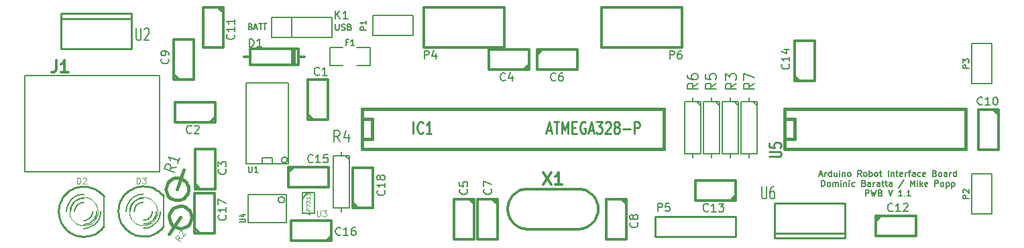
<source format=gto>
G04 (created by PCBNEW-RS274X (2012-01-19 BZR 3256)-stable) date 12/31/2013 12:52:30 PM*
G01*
G70*
G90*
%MOIN*%
G04 Gerber Fmt 3.4, Leading zero omitted, Abs format*
%FSLAX34Y34*%
G04 APERTURE LIST*
%ADD10C,0.006000*%
%ADD11C,0.007500*%
%ADD12C,0.008000*%
%ADD13C,0.005000*%
%ADD14C,0.003000*%
%ADD15C,0.010000*%
%ADD16C,0.012500*%
%ADD17C,0.015000*%
%ADD18C,0.012000*%
%ADD19C,0.006300*%
%ADD20C,0.003500*%
%ADD21C,0.011300*%
%ADD22C,0.002000*%
G04 APERTURE END LIST*
G54D10*
G54D11*
X46164Y-36154D02*
X46207Y-36169D01*
X46222Y-36183D01*
X46236Y-36211D01*
X46236Y-36254D01*
X46222Y-36283D01*
X46207Y-36297D01*
X46179Y-36311D01*
X46064Y-36311D01*
X46064Y-36011D01*
X46164Y-36011D01*
X46193Y-36026D01*
X46207Y-36040D01*
X46222Y-36069D01*
X46222Y-36097D01*
X46207Y-36126D01*
X46193Y-36140D01*
X46164Y-36154D01*
X46064Y-36154D01*
X46350Y-36226D02*
X46493Y-36226D01*
X46322Y-36311D02*
X46422Y-36011D01*
X46522Y-36311D01*
X46579Y-36011D02*
X46750Y-36011D01*
X46664Y-36311D02*
X46664Y-36011D01*
X46808Y-36011D02*
X46979Y-36011D01*
X46893Y-36311D02*
X46893Y-36011D01*
X50391Y-36031D02*
X50391Y-36274D01*
X50406Y-36303D01*
X50420Y-36317D01*
X50449Y-36331D01*
X50506Y-36331D01*
X50534Y-36317D01*
X50549Y-36303D01*
X50563Y-36274D01*
X50563Y-36031D01*
X50691Y-36317D02*
X50734Y-36331D01*
X50805Y-36331D01*
X50834Y-36317D01*
X50848Y-36303D01*
X50863Y-36274D01*
X50863Y-36246D01*
X50848Y-36217D01*
X50834Y-36203D01*
X50805Y-36189D01*
X50748Y-36174D01*
X50720Y-36160D01*
X50705Y-36146D01*
X50691Y-36117D01*
X50691Y-36089D01*
X50705Y-36060D01*
X50720Y-36046D01*
X50748Y-36031D01*
X50820Y-36031D01*
X50863Y-36046D01*
X51091Y-36174D02*
X51134Y-36189D01*
X51149Y-36203D01*
X51163Y-36231D01*
X51163Y-36274D01*
X51149Y-36303D01*
X51134Y-36317D01*
X51106Y-36331D01*
X50991Y-36331D01*
X50991Y-36031D01*
X51091Y-36031D01*
X51120Y-36046D01*
X51134Y-36060D01*
X51149Y-36089D01*
X51149Y-36117D01*
X51134Y-36146D01*
X51120Y-36160D01*
X51091Y-36174D01*
X50991Y-36174D01*
X74445Y-43536D02*
X74588Y-43536D01*
X74417Y-43621D02*
X74517Y-43321D01*
X74617Y-43621D01*
X74716Y-43621D02*
X74716Y-43421D01*
X74716Y-43479D02*
X74731Y-43450D01*
X74745Y-43436D01*
X74774Y-43421D01*
X74802Y-43421D01*
X75031Y-43621D02*
X75031Y-43321D01*
X75031Y-43607D02*
X75002Y-43621D01*
X74945Y-43621D01*
X74917Y-43607D01*
X74902Y-43593D01*
X74888Y-43564D01*
X74888Y-43479D01*
X74902Y-43450D01*
X74917Y-43436D01*
X74945Y-43421D01*
X75002Y-43421D01*
X75031Y-43436D01*
X75302Y-43421D02*
X75302Y-43621D01*
X75173Y-43421D02*
X75173Y-43579D01*
X75188Y-43607D01*
X75216Y-43621D01*
X75259Y-43621D01*
X75288Y-43607D01*
X75302Y-43593D01*
X75444Y-43621D02*
X75444Y-43421D01*
X75444Y-43321D02*
X75430Y-43336D01*
X75444Y-43350D01*
X75459Y-43336D01*
X75444Y-43321D01*
X75444Y-43350D01*
X75587Y-43421D02*
X75587Y-43621D01*
X75587Y-43450D02*
X75602Y-43436D01*
X75630Y-43421D01*
X75673Y-43421D01*
X75702Y-43436D01*
X75716Y-43464D01*
X75716Y-43621D01*
X75901Y-43621D02*
X75873Y-43607D01*
X75858Y-43593D01*
X75844Y-43564D01*
X75844Y-43479D01*
X75858Y-43450D01*
X75873Y-43436D01*
X75901Y-43421D01*
X75944Y-43421D01*
X75973Y-43436D01*
X75987Y-43450D01*
X76001Y-43479D01*
X76001Y-43564D01*
X75987Y-43593D01*
X75973Y-43607D01*
X75944Y-43621D01*
X75901Y-43621D01*
X76530Y-43621D02*
X76430Y-43479D01*
X76358Y-43621D02*
X76358Y-43321D01*
X76473Y-43321D01*
X76501Y-43336D01*
X76516Y-43350D01*
X76530Y-43379D01*
X76530Y-43421D01*
X76516Y-43450D01*
X76501Y-43464D01*
X76473Y-43479D01*
X76358Y-43479D01*
X76701Y-43621D02*
X76673Y-43607D01*
X76658Y-43593D01*
X76644Y-43564D01*
X76644Y-43479D01*
X76658Y-43450D01*
X76673Y-43436D01*
X76701Y-43421D01*
X76744Y-43421D01*
X76773Y-43436D01*
X76787Y-43450D01*
X76801Y-43479D01*
X76801Y-43564D01*
X76787Y-43593D01*
X76773Y-43607D01*
X76744Y-43621D01*
X76701Y-43621D01*
X76929Y-43621D02*
X76929Y-43321D01*
X76929Y-43436D02*
X76958Y-43421D01*
X77015Y-43421D01*
X77044Y-43436D01*
X77058Y-43450D01*
X77072Y-43479D01*
X77072Y-43564D01*
X77058Y-43593D01*
X77044Y-43607D01*
X77015Y-43621D01*
X76958Y-43621D01*
X76929Y-43607D01*
X77243Y-43621D02*
X77215Y-43607D01*
X77200Y-43593D01*
X77186Y-43564D01*
X77186Y-43479D01*
X77200Y-43450D01*
X77215Y-43436D01*
X77243Y-43421D01*
X77286Y-43421D01*
X77315Y-43436D01*
X77329Y-43450D01*
X77343Y-43479D01*
X77343Y-43564D01*
X77329Y-43593D01*
X77315Y-43607D01*
X77286Y-43621D01*
X77243Y-43621D01*
X77429Y-43421D02*
X77543Y-43421D01*
X77471Y-43321D02*
X77471Y-43579D01*
X77486Y-43607D01*
X77514Y-43621D01*
X77543Y-43621D01*
X77871Y-43621D02*
X77871Y-43321D01*
X78014Y-43421D02*
X78014Y-43621D01*
X78014Y-43450D02*
X78029Y-43436D01*
X78057Y-43421D01*
X78100Y-43421D01*
X78129Y-43436D01*
X78143Y-43464D01*
X78143Y-43621D01*
X78243Y-43421D02*
X78357Y-43421D01*
X78285Y-43321D02*
X78285Y-43579D01*
X78300Y-43607D01*
X78328Y-43621D01*
X78357Y-43621D01*
X78571Y-43607D02*
X78542Y-43621D01*
X78485Y-43621D01*
X78456Y-43607D01*
X78442Y-43579D01*
X78442Y-43464D01*
X78456Y-43436D01*
X78485Y-43421D01*
X78542Y-43421D01*
X78571Y-43436D01*
X78585Y-43464D01*
X78585Y-43493D01*
X78442Y-43521D01*
X78713Y-43621D02*
X78713Y-43421D01*
X78713Y-43479D02*
X78728Y-43450D01*
X78742Y-43436D01*
X78771Y-43421D01*
X78799Y-43421D01*
X78857Y-43421D02*
X78971Y-43421D01*
X78899Y-43621D02*
X78899Y-43364D01*
X78914Y-43336D01*
X78942Y-43321D01*
X78971Y-43321D01*
X79199Y-43621D02*
X79199Y-43464D01*
X79185Y-43436D01*
X79156Y-43421D01*
X79099Y-43421D01*
X79070Y-43436D01*
X79199Y-43607D02*
X79170Y-43621D01*
X79099Y-43621D01*
X79070Y-43607D01*
X79056Y-43579D01*
X79056Y-43550D01*
X79070Y-43521D01*
X79099Y-43507D01*
X79170Y-43507D01*
X79199Y-43493D01*
X79470Y-43607D02*
X79441Y-43621D01*
X79384Y-43621D01*
X79356Y-43607D01*
X79341Y-43593D01*
X79327Y-43564D01*
X79327Y-43479D01*
X79341Y-43450D01*
X79356Y-43436D01*
X79384Y-43421D01*
X79441Y-43421D01*
X79470Y-43436D01*
X79713Y-43607D02*
X79684Y-43621D01*
X79627Y-43621D01*
X79598Y-43607D01*
X79584Y-43579D01*
X79584Y-43464D01*
X79598Y-43436D01*
X79627Y-43421D01*
X79684Y-43421D01*
X79713Y-43436D01*
X79727Y-43464D01*
X79727Y-43493D01*
X79584Y-43521D01*
X80184Y-43464D02*
X80227Y-43479D01*
X80242Y-43493D01*
X80256Y-43521D01*
X80256Y-43564D01*
X80242Y-43593D01*
X80227Y-43607D01*
X80199Y-43621D01*
X80084Y-43621D01*
X80084Y-43321D01*
X80184Y-43321D01*
X80213Y-43336D01*
X80227Y-43350D01*
X80242Y-43379D01*
X80242Y-43407D01*
X80227Y-43436D01*
X80213Y-43450D01*
X80184Y-43464D01*
X80084Y-43464D01*
X80427Y-43621D02*
X80399Y-43607D01*
X80384Y-43593D01*
X80370Y-43564D01*
X80370Y-43479D01*
X80384Y-43450D01*
X80399Y-43436D01*
X80427Y-43421D01*
X80470Y-43421D01*
X80499Y-43436D01*
X80513Y-43450D01*
X80527Y-43479D01*
X80527Y-43564D01*
X80513Y-43593D01*
X80499Y-43607D01*
X80470Y-43621D01*
X80427Y-43621D01*
X80784Y-43621D02*
X80784Y-43464D01*
X80770Y-43436D01*
X80741Y-43421D01*
X80684Y-43421D01*
X80655Y-43436D01*
X80784Y-43607D02*
X80755Y-43621D01*
X80684Y-43621D01*
X80655Y-43607D01*
X80641Y-43579D01*
X80641Y-43550D01*
X80655Y-43521D01*
X80684Y-43507D01*
X80755Y-43507D01*
X80784Y-43493D01*
X80926Y-43621D02*
X80926Y-43421D01*
X80926Y-43479D02*
X80941Y-43450D01*
X80955Y-43436D01*
X80984Y-43421D01*
X81012Y-43421D01*
X81241Y-43621D02*
X81241Y-43321D01*
X81241Y-43607D02*
X81212Y-43621D01*
X81155Y-43621D01*
X81127Y-43607D01*
X81112Y-43593D01*
X81098Y-43564D01*
X81098Y-43479D01*
X81112Y-43450D01*
X81127Y-43436D01*
X81155Y-43421D01*
X81212Y-43421D01*
X81241Y-43436D01*
X74544Y-44116D02*
X74544Y-43816D01*
X74616Y-43816D01*
X74659Y-43831D01*
X74687Y-43859D01*
X74702Y-43888D01*
X74716Y-43945D01*
X74716Y-43988D01*
X74702Y-44045D01*
X74687Y-44074D01*
X74659Y-44102D01*
X74616Y-44116D01*
X74544Y-44116D01*
X74887Y-44116D02*
X74859Y-44102D01*
X74844Y-44088D01*
X74830Y-44059D01*
X74830Y-43974D01*
X74844Y-43945D01*
X74859Y-43931D01*
X74887Y-43916D01*
X74930Y-43916D01*
X74959Y-43931D01*
X74973Y-43945D01*
X74987Y-43974D01*
X74987Y-44059D01*
X74973Y-44088D01*
X74959Y-44102D01*
X74930Y-44116D01*
X74887Y-44116D01*
X75115Y-44116D02*
X75115Y-43916D01*
X75115Y-43945D02*
X75130Y-43931D01*
X75158Y-43916D01*
X75201Y-43916D01*
X75230Y-43931D01*
X75244Y-43959D01*
X75244Y-44116D01*
X75244Y-43959D02*
X75258Y-43931D01*
X75287Y-43916D01*
X75330Y-43916D01*
X75358Y-43931D01*
X75373Y-43959D01*
X75373Y-44116D01*
X75515Y-44116D02*
X75515Y-43916D01*
X75515Y-43816D02*
X75501Y-43831D01*
X75515Y-43845D01*
X75530Y-43831D01*
X75515Y-43816D01*
X75515Y-43845D01*
X75658Y-43916D02*
X75658Y-44116D01*
X75658Y-43945D02*
X75673Y-43931D01*
X75701Y-43916D01*
X75744Y-43916D01*
X75773Y-43931D01*
X75787Y-43959D01*
X75787Y-44116D01*
X75929Y-44116D02*
X75929Y-43916D01*
X75929Y-43816D02*
X75915Y-43831D01*
X75929Y-43845D01*
X75944Y-43831D01*
X75929Y-43816D01*
X75929Y-43845D01*
X76201Y-44102D02*
X76172Y-44116D01*
X76115Y-44116D01*
X76087Y-44102D01*
X76072Y-44088D01*
X76058Y-44059D01*
X76058Y-43974D01*
X76072Y-43945D01*
X76087Y-43931D01*
X76115Y-43916D01*
X76172Y-43916D01*
X76201Y-43931D01*
X76658Y-43959D02*
X76701Y-43974D01*
X76716Y-43988D01*
X76730Y-44016D01*
X76730Y-44059D01*
X76716Y-44088D01*
X76701Y-44102D01*
X76673Y-44116D01*
X76558Y-44116D01*
X76558Y-43816D01*
X76658Y-43816D01*
X76687Y-43831D01*
X76701Y-43845D01*
X76716Y-43874D01*
X76716Y-43902D01*
X76701Y-43931D01*
X76687Y-43945D01*
X76658Y-43959D01*
X76558Y-43959D01*
X76987Y-44116D02*
X76987Y-43959D01*
X76973Y-43931D01*
X76944Y-43916D01*
X76887Y-43916D01*
X76858Y-43931D01*
X76987Y-44102D02*
X76958Y-44116D01*
X76887Y-44116D01*
X76858Y-44102D01*
X76844Y-44074D01*
X76844Y-44045D01*
X76858Y-44016D01*
X76887Y-44002D01*
X76958Y-44002D01*
X76987Y-43988D01*
X77129Y-44116D02*
X77129Y-43916D01*
X77129Y-43974D02*
X77144Y-43945D01*
X77158Y-43931D01*
X77187Y-43916D01*
X77215Y-43916D01*
X77444Y-44116D02*
X77444Y-43959D01*
X77430Y-43931D01*
X77401Y-43916D01*
X77344Y-43916D01*
X77315Y-43931D01*
X77444Y-44102D02*
X77415Y-44116D01*
X77344Y-44116D01*
X77315Y-44102D01*
X77301Y-44074D01*
X77301Y-44045D01*
X77315Y-44016D01*
X77344Y-44002D01*
X77415Y-44002D01*
X77444Y-43988D01*
X77544Y-43916D02*
X77658Y-43916D01*
X77586Y-43816D02*
X77586Y-44074D01*
X77601Y-44102D01*
X77629Y-44116D01*
X77658Y-44116D01*
X77715Y-43916D02*
X77829Y-43916D01*
X77757Y-43816D02*
X77757Y-44074D01*
X77772Y-44102D01*
X77800Y-44116D01*
X77829Y-44116D01*
X78057Y-44116D02*
X78057Y-43959D01*
X78043Y-43931D01*
X78014Y-43916D01*
X77957Y-43916D01*
X77928Y-43931D01*
X78057Y-44102D02*
X78028Y-44116D01*
X77957Y-44116D01*
X77928Y-44102D01*
X77914Y-44074D01*
X77914Y-44045D01*
X77928Y-44016D01*
X77957Y-44002D01*
X78028Y-44002D01*
X78057Y-43988D01*
X78643Y-43802D02*
X78386Y-44188D01*
X78971Y-44116D02*
X78971Y-43816D01*
X79071Y-44031D01*
X79171Y-43816D01*
X79171Y-44116D01*
X79314Y-44116D02*
X79314Y-43916D01*
X79314Y-43816D02*
X79300Y-43831D01*
X79314Y-43845D01*
X79329Y-43831D01*
X79314Y-43816D01*
X79314Y-43845D01*
X79457Y-44116D02*
X79457Y-43816D01*
X79486Y-44002D02*
X79572Y-44116D01*
X79572Y-43916D02*
X79457Y-44031D01*
X79815Y-44102D02*
X79786Y-44116D01*
X79729Y-44116D01*
X79700Y-44102D01*
X79686Y-44074D01*
X79686Y-43959D01*
X79700Y-43931D01*
X79729Y-43916D01*
X79786Y-43916D01*
X79815Y-43931D01*
X79829Y-43959D01*
X79829Y-43988D01*
X79686Y-44016D01*
X80186Y-44116D02*
X80186Y-43816D01*
X80301Y-43816D01*
X80329Y-43831D01*
X80344Y-43845D01*
X80358Y-43874D01*
X80358Y-43916D01*
X80344Y-43945D01*
X80329Y-43959D01*
X80301Y-43974D01*
X80186Y-43974D01*
X80529Y-44116D02*
X80501Y-44102D01*
X80486Y-44088D01*
X80472Y-44059D01*
X80472Y-43974D01*
X80486Y-43945D01*
X80501Y-43931D01*
X80529Y-43916D01*
X80572Y-43916D01*
X80601Y-43931D01*
X80615Y-43945D01*
X80629Y-43974D01*
X80629Y-44059D01*
X80615Y-44088D01*
X80601Y-44102D01*
X80572Y-44116D01*
X80529Y-44116D01*
X80757Y-43916D02*
X80757Y-44216D01*
X80757Y-43931D02*
X80786Y-43916D01*
X80843Y-43916D01*
X80872Y-43931D01*
X80886Y-43945D01*
X80900Y-43974D01*
X80900Y-44059D01*
X80886Y-44088D01*
X80872Y-44102D01*
X80843Y-44116D01*
X80786Y-44116D01*
X80757Y-44102D01*
X81028Y-43916D02*
X81028Y-44216D01*
X81028Y-43931D02*
X81057Y-43916D01*
X81114Y-43916D01*
X81143Y-43931D01*
X81157Y-43945D01*
X81171Y-43974D01*
X81171Y-44059D01*
X81157Y-44088D01*
X81143Y-44102D01*
X81114Y-44116D01*
X81057Y-44116D01*
X81028Y-44102D01*
X76735Y-44611D02*
X76735Y-44311D01*
X76850Y-44311D01*
X76878Y-44326D01*
X76893Y-44340D01*
X76907Y-44369D01*
X76907Y-44411D01*
X76893Y-44440D01*
X76878Y-44454D01*
X76850Y-44469D01*
X76735Y-44469D01*
X77007Y-44311D02*
X77078Y-44611D01*
X77135Y-44397D01*
X77193Y-44611D01*
X77264Y-44311D01*
X77478Y-44454D02*
X77521Y-44469D01*
X77536Y-44483D01*
X77550Y-44511D01*
X77550Y-44554D01*
X77536Y-44583D01*
X77521Y-44597D01*
X77493Y-44611D01*
X77378Y-44611D01*
X77378Y-44311D01*
X77478Y-44311D01*
X77507Y-44326D01*
X77521Y-44340D01*
X77536Y-44369D01*
X77536Y-44397D01*
X77521Y-44426D01*
X77507Y-44440D01*
X77478Y-44454D01*
X77378Y-44454D01*
X77865Y-44311D02*
X77965Y-44611D01*
X78065Y-44311D01*
X78551Y-44611D02*
X78379Y-44611D01*
X78465Y-44611D02*
X78465Y-44311D01*
X78436Y-44354D01*
X78408Y-44383D01*
X78379Y-44397D01*
X78679Y-44583D02*
X78694Y-44597D01*
X78679Y-44611D01*
X78665Y-44597D01*
X78679Y-44583D01*
X78679Y-44611D01*
X78980Y-44611D02*
X78808Y-44611D01*
X78894Y-44611D02*
X78894Y-44311D01*
X78865Y-44354D01*
X78837Y-44383D01*
X78808Y-44397D01*
G54D12*
X47950Y-45940D02*
X46050Y-45940D01*
X46050Y-45940D02*
X46050Y-44540D01*
X46050Y-44540D02*
X47950Y-44540D01*
X47950Y-44540D02*
X47950Y-45940D01*
X47850Y-44790D02*
X47847Y-44819D01*
X47838Y-44847D01*
X47824Y-44873D01*
X47806Y-44895D01*
X47783Y-44914D01*
X47758Y-44928D01*
X47730Y-44936D01*
X47701Y-44939D01*
X47672Y-44937D01*
X47644Y-44929D01*
X47618Y-44915D01*
X47596Y-44897D01*
X47577Y-44874D01*
X47563Y-44849D01*
X47554Y-44821D01*
X47551Y-44792D01*
X47553Y-44763D01*
X47561Y-44735D01*
X47574Y-44709D01*
X47593Y-44686D01*
X47615Y-44667D01*
X47640Y-44653D01*
X47668Y-44644D01*
X47697Y-44641D01*
X47726Y-44643D01*
X47754Y-44651D01*
X47780Y-44664D01*
X47803Y-44682D01*
X47822Y-44704D01*
X47837Y-44729D01*
X47846Y-44757D01*
X47849Y-44786D01*
X47850Y-44790D01*
G54D13*
X47991Y-42800D02*
X47988Y-42827D01*
X47980Y-42853D01*
X47967Y-42878D01*
X47950Y-42899D01*
X47928Y-42916D01*
X47904Y-42929D01*
X47878Y-42938D01*
X47850Y-42940D01*
X47824Y-42938D01*
X47798Y-42930D01*
X47773Y-42917D01*
X47752Y-42900D01*
X47734Y-42879D01*
X47721Y-42855D01*
X47713Y-42829D01*
X47710Y-42801D01*
X47712Y-42775D01*
X47719Y-42749D01*
X47732Y-42724D01*
X47749Y-42703D01*
X47770Y-42685D01*
X47794Y-42671D01*
X47820Y-42663D01*
X47848Y-42660D01*
X47874Y-42662D01*
X47900Y-42669D01*
X47925Y-42681D01*
X47947Y-42698D01*
X47965Y-42719D01*
X47978Y-42743D01*
X47987Y-42769D01*
X47990Y-42797D01*
X47991Y-42800D01*
X46750Y-43000D02*
X46750Y-42700D01*
X46750Y-42700D02*
X47250Y-42700D01*
X47250Y-42700D02*
X47250Y-43000D01*
X48050Y-38950D02*
X48050Y-43000D01*
X45950Y-43000D02*
X45950Y-38950D01*
X45950Y-43000D02*
X48050Y-43000D01*
X45950Y-38950D02*
X48050Y-38950D01*
X48750Y-44760D02*
X48950Y-44460D01*
X48750Y-45460D02*
X48750Y-44435D01*
X48750Y-44435D02*
X49350Y-44435D01*
X49350Y-44435D02*
X49350Y-45460D01*
X49350Y-45460D02*
X48750Y-45460D01*
X50100Y-37210D02*
X50100Y-38110D01*
X50100Y-38110D02*
X50750Y-38110D01*
X51450Y-37210D02*
X52100Y-37210D01*
X52100Y-37210D02*
X52100Y-38110D01*
X52100Y-38110D02*
X51450Y-38110D01*
X50750Y-37210D02*
X50100Y-37210D01*
G54D12*
X70000Y-39710D02*
X70000Y-39910D01*
X70000Y-42710D02*
X70000Y-42510D01*
X70000Y-42510D02*
X70400Y-42510D01*
X70400Y-42510D02*
X70400Y-39910D01*
X70400Y-39910D02*
X69600Y-39910D01*
X69600Y-39910D02*
X69600Y-42510D01*
X69600Y-42510D02*
X70000Y-42510D01*
X70200Y-39910D02*
X70400Y-40110D01*
X50690Y-42400D02*
X50690Y-42600D01*
X50690Y-45400D02*
X50690Y-45200D01*
X50690Y-45200D02*
X51090Y-45200D01*
X51090Y-45200D02*
X51090Y-42600D01*
X51090Y-42600D02*
X50290Y-42600D01*
X50290Y-42600D02*
X50290Y-45200D01*
X50290Y-45200D02*
X50690Y-45200D01*
X50890Y-42600D02*
X51090Y-42800D01*
X69070Y-39710D02*
X69070Y-39910D01*
X69070Y-42710D02*
X69070Y-42510D01*
X69070Y-42510D02*
X69470Y-42510D01*
X69470Y-42510D02*
X69470Y-39910D01*
X69470Y-39910D02*
X68670Y-39910D01*
X68670Y-39910D02*
X68670Y-42510D01*
X68670Y-42510D02*
X69070Y-42510D01*
X69270Y-39910D02*
X69470Y-40110D01*
X68140Y-39710D02*
X68140Y-39910D01*
X68140Y-42710D02*
X68140Y-42510D01*
X68140Y-42510D02*
X68540Y-42510D01*
X68540Y-42510D02*
X68540Y-39910D01*
X68540Y-39910D02*
X67740Y-39910D01*
X67740Y-39910D02*
X67740Y-42510D01*
X67740Y-42510D02*
X68140Y-42510D01*
X68340Y-39910D02*
X68540Y-40110D01*
X70950Y-39710D02*
X70950Y-39910D01*
X70950Y-42710D02*
X70950Y-42510D01*
X70950Y-42510D02*
X71350Y-42510D01*
X71350Y-42510D02*
X71350Y-39910D01*
X71350Y-39910D02*
X70550Y-39910D01*
X70550Y-39910D02*
X70550Y-42510D01*
X70550Y-42510D02*
X70950Y-42510D01*
X71150Y-39910D02*
X71350Y-40110D01*
G54D10*
X47220Y-36700D02*
X47220Y-35700D01*
X47220Y-35700D02*
X50220Y-35700D01*
X50220Y-35700D02*
X50220Y-36700D01*
X50220Y-36700D02*
X47220Y-36700D01*
X48220Y-35700D02*
X48220Y-36700D01*
X83000Y-39000D02*
X82000Y-39000D01*
X82000Y-39000D02*
X82000Y-37000D01*
X82000Y-37000D02*
X83000Y-37000D01*
X83000Y-37000D02*
X83000Y-39000D01*
X83000Y-45500D02*
X82000Y-45500D01*
X82000Y-45500D02*
X82000Y-43500D01*
X82000Y-43500D02*
X83000Y-43500D01*
X83000Y-43500D02*
X83000Y-45500D01*
X52230Y-36580D02*
X52230Y-35580D01*
X52230Y-35580D02*
X54230Y-35580D01*
X54230Y-35580D02*
X54230Y-36580D01*
X54230Y-36580D02*
X52230Y-36580D01*
G54D12*
X41860Y-46110D02*
X41860Y-44610D01*
G54D14*
X41547Y-45360D02*
X41533Y-45497D01*
X41493Y-45629D01*
X41428Y-45751D01*
X41341Y-45858D01*
X41235Y-45946D01*
X41113Y-46011D01*
X40982Y-46052D01*
X40844Y-46066D01*
X40708Y-46054D01*
X40576Y-46015D01*
X40453Y-45951D01*
X40346Y-45865D01*
X40257Y-45759D01*
X40191Y-45638D01*
X40149Y-45506D01*
X40134Y-45369D01*
X40145Y-45233D01*
X40183Y-45100D01*
X40246Y-44978D01*
X40332Y-44869D01*
X40437Y-44780D01*
X40557Y-44713D01*
X40689Y-44670D01*
X40826Y-44654D01*
X40962Y-44664D01*
X41095Y-44701D01*
X41218Y-44764D01*
X41327Y-44849D01*
X41417Y-44953D01*
X41485Y-45073D01*
X41529Y-45204D01*
X41546Y-45341D01*
X41547Y-45360D01*
G54D15*
X41839Y-44610D02*
X41770Y-44526D01*
X41694Y-44448D01*
X41611Y-44377D01*
X41522Y-44313D01*
X41428Y-44258D01*
X41330Y-44211D01*
X41228Y-44172D01*
X41123Y-44143D01*
X41016Y-44123D01*
X40907Y-44112D01*
X40799Y-44111D01*
X40690Y-44120D01*
X40583Y-44137D01*
X40477Y-44164D01*
X40374Y-44201D01*
X40275Y-44246D01*
X40180Y-44299D01*
X40090Y-44361D01*
X40006Y-44430D01*
X39928Y-44506D01*
X39857Y-44589D01*
X39793Y-44678D01*
X39738Y-44772D01*
X39691Y-44870D01*
X39652Y-44972D01*
X39623Y-45077D01*
X39603Y-45184D01*
X39592Y-45293D01*
X39591Y-45401D01*
X39600Y-45510D01*
X39617Y-45617D01*
X39644Y-45723D01*
X39681Y-45826D01*
X39726Y-45925D01*
X39779Y-46020D01*
X39841Y-46110D01*
X39910Y-46194D01*
X39986Y-46272D01*
X40069Y-46343D01*
X40158Y-46407D01*
X40252Y-46462D01*
X40350Y-46509D01*
X40452Y-46548D01*
X40557Y-46577D01*
X40664Y-46597D01*
X40773Y-46608D01*
X40881Y-46609D01*
X40990Y-46600D01*
X41097Y-46583D01*
X41203Y-46556D01*
X41306Y-46519D01*
X41405Y-46474D01*
X41500Y-46421D01*
X41590Y-46359D01*
X41674Y-46290D01*
X41752Y-46214D01*
X41823Y-46131D01*
X41839Y-46110D01*
G54D10*
X40840Y-44910D02*
X40801Y-44912D01*
X40762Y-44917D01*
X40724Y-44926D01*
X40687Y-44938D01*
X40650Y-44953D01*
X40616Y-44971D01*
X40582Y-44992D01*
X40551Y-45016D01*
X40522Y-45042D01*
X40496Y-45071D01*
X40472Y-45102D01*
X40451Y-45136D01*
X40433Y-45170D01*
X40418Y-45207D01*
X40406Y-45244D01*
X40397Y-45282D01*
X40392Y-45321D01*
X40390Y-45360D01*
X40840Y-45810D02*
X40879Y-45808D01*
X40918Y-45803D01*
X40956Y-45794D01*
X40993Y-45782D01*
X41030Y-45767D01*
X41065Y-45749D01*
X41098Y-45728D01*
X41129Y-45704D01*
X41158Y-45678D01*
X41184Y-45649D01*
X41208Y-45618D01*
X41229Y-45584D01*
X41247Y-45550D01*
X41262Y-45513D01*
X41274Y-45476D01*
X41283Y-45438D01*
X41288Y-45399D01*
X41290Y-45360D01*
X40840Y-44710D02*
X40784Y-44713D01*
X40728Y-44720D01*
X40672Y-44733D01*
X40618Y-44750D01*
X40566Y-44771D01*
X40516Y-44798D01*
X40468Y-44828D01*
X40423Y-44863D01*
X40381Y-44901D01*
X40343Y-44943D01*
X40308Y-44988D01*
X40278Y-45036D01*
X40251Y-45086D01*
X40230Y-45138D01*
X40213Y-45192D01*
X40200Y-45248D01*
X40193Y-45304D01*
X40190Y-45360D01*
X40840Y-46010D02*
X40896Y-46007D01*
X40952Y-46000D01*
X41008Y-45987D01*
X41062Y-45970D01*
X41114Y-45949D01*
X41165Y-45922D01*
X41212Y-45892D01*
X41257Y-45857D01*
X41299Y-45819D01*
X41337Y-45777D01*
X41372Y-45732D01*
X41402Y-45684D01*
X41429Y-45634D01*
X41450Y-45582D01*
X41467Y-45528D01*
X41480Y-45472D01*
X41487Y-45416D01*
X41490Y-45360D01*
X40840Y-44510D02*
X40766Y-44514D01*
X40693Y-44523D01*
X40621Y-44539D01*
X40550Y-44562D01*
X40481Y-44590D01*
X40416Y-44624D01*
X40353Y-44664D01*
X40294Y-44709D01*
X40239Y-44759D01*
X40189Y-44814D01*
X40144Y-44873D01*
X40104Y-44936D01*
X40070Y-45001D01*
X40042Y-45070D01*
X40019Y-45141D01*
X40003Y-45213D01*
X39994Y-45286D01*
X39990Y-45360D01*
X40840Y-46210D02*
X40914Y-46206D01*
X40987Y-46197D01*
X41059Y-46181D01*
X41130Y-46158D01*
X41199Y-46130D01*
X41265Y-46096D01*
X41327Y-46056D01*
X41386Y-46011D01*
X41441Y-45961D01*
X41491Y-45906D01*
X41536Y-45847D01*
X41576Y-45784D01*
X41610Y-45719D01*
X41638Y-45650D01*
X41661Y-45579D01*
X41677Y-45507D01*
X41686Y-45434D01*
X41690Y-45360D01*
G54D12*
X38890Y-46120D02*
X38890Y-44620D01*
G54D14*
X38577Y-45370D02*
X38563Y-45507D01*
X38523Y-45639D01*
X38458Y-45761D01*
X38371Y-45868D01*
X38265Y-45956D01*
X38143Y-46021D01*
X38012Y-46062D01*
X37874Y-46076D01*
X37738Y-46064D01*
X37606Y-46025D01*
X37483Y-45961D01*
X37376Y-45875D01*
X37287Y-45769D01*
X37221Y-45648D01*
X37179Y-45516D01*
X37164Y-45379D01*
X37175Y-45243D01*
X37213Y-45110D01*
X37276Y-44988D01*
X37362Y-44879D01*
X37467Y-44790D01*
X37587Y-44723D01*
X37719Y-44680D01*
X37856Y-44664D01*
X37992Y-44674D01*
X38125Y-44711D01*
X38248Y-44774D01*
X38357Y-44859D01*
X38447Y-44963D01*
X38515Y-45083D01*
X38559Y-45214D01*
X38576Y-45351D01*
X38577Y-45370D01*
G54D15*
X38869Y-44620D02*
X38800Y-44536D01*
X38724Y-44458D01*
X38641Y-44387D01*
X38552Y-44323D01*
X38458Y-44268D01*
X38360Y-44221D01*
X38258Y-44182D01*
X38153Y-44153D01*
X38046Y-44133D01*
X37937Y-44122D01*
X37829Y-44121D01*
X37720Y-44130D01*
X37613Y-44147D01*
X37507Y-44174D01*
X37404Y-44211D01*
X37305Y-44256D01*
X37210Y-44309D01*
X37120Y-44371D01*
X37036Y-44440D01*
X36958Y-44516D01*
X36887Y-44599D01*
X36823Y-44688D01*
X36768Y-44782D01*
X36721Y-44880D01*
X36682Y-44982D01*
X36653Y-45087D01*
X36633Y-45194D01*
X36622Y-45303D01*
X36621Y-45411D01*
X36630Y-45520D01*
X36647Y-45627D01*
X36674Y-45733D01*
X36711Y-45836D01*
X36756Y-45935D01*
X36809Y-46030D01*
X36871Y-46120D01*
X36940Y-46204D01*
X37016Y-46282D01*
X37099Y-46353D01*
X37188Y-46417D01*
X37282Y-46472D01*
X37380Y-46519D01*
X37482Y-46558D01*
X37587Y-46587D01*
X37694Y-46607D01*
X37803Y-46618D01*
X37911Y-46619D01*
X38020Y-46610D01*
X38127Y-46593D01*
X38233Y-46566D01*
X38336Y-46529D01*
X38435Y-46484D01*
X38530Y-46431D01*
X38620Y-46369D01*
X38704Y-46300D01*
X38782Y-46224D01*
X38853Y-46141D01*
X38869Y-46120D01*
G54D10*
X37870Y-44920D02*
X37831Y-44922D01*
X37792Y-44927D01*
X37754Y-44936D01*
X37717Y-44948D01*
X37680Y-44963D01*
X37646Y-44981D01*
X37612Y-45002D01*
X37581Y-45026D01*
X37552Y-45052D01*
X37526Y-45081D01*
X37502Y-45112D01*
X37481Y-45146D01*
X37463Y-45180D01*
X37448Y-45217D01*
X37436Y-45254D01*
X37427Y-45292D01*
X37422Y-45331D01*
X37420Y-45370D01*
X37870Y-45820D02*
X37909Y-45818D01*
X37948Y-45813D01*
X37986Y-45804D01*
X38023Y-45792D01*
X38060Y-45777D01*
X38095Y-45759D01*
X38128Y-45738D01*
X38159Y-45714D01*
X38188Y-45688D01*
X38214Y-45659D01*
X38238Y-45628D01*
X38259Y-45594D01*
X38277Y-45560D01*
X38292Y-45523D01*
X38304Y-45486D01*
X38313Y-45448D01*
X38318Y-45409D01*
X38320Y-45370D01*
X37870Y-44720D02*
X37814Y-44723D01*
X37758Y-44730D01*
X37702Y-44743D01*
X37648Y-44760D01*
X37596Y-44781D01*
X37546Y-44808D01*
X37498Y-44838D01*
X37453Y-44873D01*
X37411Y-44911D01*
X37373Y-44953D01*
X37338Y-44998D01*
X37308Y-45046D01*
X37281Y-45096D01*
X37260Y-45148D01*
X37243Y-45202D01*
X37230Y-45258D01*
X37223Y-45314D01*
X37220Y-45370D01*
X37870Y-46020D02*
X37926Y-46017D01*
X37982Y-46010D01*
X38038Y-45997D01*
X38092Y-45980D01*
X38144Y-45959D01*
X38195Y-45932D01*
X38242Y-45902D01*
X38287Y-45867D01*
X38329Y-45829D01*
X38367Y-45787D01*
X38402Y-45742D01*
X38432Y-45694D01*
X38459Y-45644D01*
X38480Y-45592D01*
X38497Y-45538D01*
X38510Y-45482D01*
X38517Y-45426D01*
X38520Y-45370D01*
X37870Y-44520D02*
X37796Y-44524D01*
X37723Y-44533D01*
X37651Y-44549D01*
X37580Y-44572D01*
X37511Y-44600D01*
X37446Y-44634D01*
X37383Y-44674D01*
X37324Y-44719D01*
X37269Y-44769D01*
X37219Y-44824D01*
X37174Y-44883D01*
X37134Y-44946D01*
X37100Y-45011D01*
X37072Y-45080D01*
X37049Y-45151D01*
X37033Y-45223D01*
X37024Y-45296D01*
X37020Y-45370D01*
X37870Y-46220D02*
X37944Y-46216D01*
X38017Y-46207D01*
X38089Y-46191D01*
X38160Y-46168D01*
X38229Y-46140D01*
X38295Y-46106D01*
X38357Y-46066D01*
X38416Y-46021D01*
X38471Y-45971D01*
X38521Y-45916D01*
X38566Y-45857D01*
X38606Y-45794D01*
X38640Y-45729D01*
X38668Y-45660D01*
X38691Y-45589D01*
X38707Y-45517D01*
X38716Y-45444D01*
X38720Y-45370D01*
G54D16*
X62450Y-44250D02*
X59950Y-44250D01*
X62450Y-46250D02*
X59950Y-46250D01*
X58950Y-45250D02*
X58954Y-45337D01*
X58966Y-45423D01*
X58985Y-45508D01*
X59011Y-45592D01*
X59044Y-45672D01*
X59084Y-45749D01*
X59131Y-45823D01*
X59184Y-45892D01*
X59243Y-45957D01*
X59308Y-46016D01*
X59377Y-46069D01*
X59451Y-46116D01*
X59528Y-46156D01*
X59608Y-46189D01*
X59692Y-46215D01*
X59777Y-46234D01*
X59863Y-46246D01*
X59950Y-46250D01*
X59950Y-44250D02*
X59863Y-44254D01*
X59777Y-44266D01*
X59692Y-44285D01*
X59608Y-44311D01*
X59528Y-44344D01*
X59451Y-44384D01*
X59377Y-44431D01*
X59308Y-44484D01*
X59243Y-44543D01*
X59184Y-44608D01*
X59131Y-44677D01*
X59084Y-44751D01*
X59044Y-44828D01*
X59011Y-44908D01*
X58985Y-44992D01*
X58966Y-45077D01*
X58954Y-45163D01*
X58950Y-45250D01*
X62450Y-46250D02*
X62537Y-46246D01*
X62623Y-46234D01*
X62708Y-46215D01*
X62792Y-46189D01*
X62872Y-46156D01*
X62950Y-46116D01*
X63023Y-46069D01*
X63092Y-46016D01*
X63157Y-45957D01*
X63216Y-45892D01*
X63269Y-45823D01*
X63316Y-45749D01*
X63356Y-45672D01*
X63389Y-45592D01*
X63415Y-45508D01*
X63434Y-45423D01*
X63446Y-45337D01*
X63450Y-45250D01*
X63450Y-45250D02*
X63446Y-45163D01*
X63434Y-45077D01*
X63415Y-44992D01*
X63389Y-44908D01*
X63356Y-44828D01*
X63316Y-44751D01*
X63269Y-44677D01*
X63216Y-44608D01*
X63157Y-44543D01*
X63092Y-44484D01*
X63023Y-44431D01*
X62950Y-44384D01*
X62872Y-44344D01*
X62792Y-44311D01*
X62708Y-44285D01*
X62623Y-44266D01*
X62537Y-44254D01*
X62450Y-44250D01*
G54D17*
X51700Y-40250D02*
X66700Y-40250D01*
X66700Y-40250D02*
X66700Y-42250D01*
X66700Y-42250D02*
X51700Y-42250D01*
X51700Y-42250D02*
X51700Y-40250D01*
X51700Y-40750D02*
X52200Y-40750D01*
X52200Y-40750D02*
X52200Y-41750D01*
X52200Y-41750D02*
X51700Y-41750D01*
X72700Y-40750D02*
X72700Y-40750D01*
X72700Y-40750D02*
X73200Y-40750D01*
X73200Y-40750D02*
X73200Y-41750D01*
X73200Y-41750D02*
X72700Y-41750D01*
X72700Y-40250D02*
X81700Y-40250D01*
X81700Y-40250D02*
X81700Y-42250D01*
X81700Y-42250D02*
X72700Y-42250D01*
X72700Y-42250D02*
X72700Y-40250D01*
G54D18*
X48830Y-37660D02*
X48530Y-37660D01*
X48530Y-37660D02*
X48530Y-37260D01*
X48530Y-37260D02*
X46130Y-37260D01*
X46130Y-37260D02*
X46130Y-37660D01*
X46130Y-37660D02*
X45830Y-37660D01*
X46130Y-37660D02*
X46130Y-38060D01*
X46130Y-38060D02*
X48530Y-38060D01*
X48530Y-38060D02*
X48530Y-37660D01*
X48330Y-37260D02*
X48330Y-38060D01*
X48230Y-38060D02*
X48230Y-37260D01*
X49020Y-40760D02*
X49020Y-38780D01*
X49020Y-38780D02*
X50020Y-38780D01*
X50020Y-38780D02*
X50020Y-40780D01*
X50020Y-40780D02*
X49020Y-40780D01*
X49270Y-40780D02*
X49020Y-40530D01*
X44380Y-40920D02*
X42400Y-40920D01*
X42400Y-40920D02*
X42400Y-39920D01*
X42400Y-39920D02*
X44400Y-39920D01*
X44400Y-39920D02*
X44400Y-40920D01*
X44400Y-40670D02*
X44150Y-40920D01*
X43400Y-44240D02*
X43400Y-42260D01*
X43400Y-42260D02*
X44400Y-42260D01*
X44400Y-42260D02*
X44400Y-44260D01*
X44400Y-44260D02*
X43400Y-44260D01*
X43650Y-44260D02*
X43400Y-44010D01*
X59980Y-38300D02*
X58000Y-38300D01*
X58000Y-38300D02*
X58000Y-37300D01*
X58000Y-37300D02*
X60000Y-37300D01*
X60000Y-37300D02*
X60000Y-38300D01*
X60000Y-38050D02*
X59750Y-38300D01*
X57280Y-44780D02*
X57280Y-46760D01*
X57280Y-46760D02*
X56280Y-46760D01*
X56280Y-46760D02*
X56280Y-44760D01*
X56280Y-44760D02*
X57280Y-44760D01*
X57030Y-44760D02*
X57280Y-45010D01*
X60420Y-37300D02*
X62400Y-37300D01*
X62400Y-37300D02*
X62400Y-38300D01*
X62400Y-38300D02*
X60400Y-38300D01*
X60400Y-38300D02*
X60400Y-37300D01*
X60400Y-37550D02*
X60650Y-37300D01*
X58440Y-44770D02*
X58440Y-46750D01*
X58440Y-46750D02*
X57440Y-46750D01*
X57440Y-46750D02*
X57440Y-44750D01*
X57440Y-44750D02*
X58440Y-44750D01*
X58190Y-44750D02*
X58440Y-45000D01*
X64860Y-44770D02*
X64860Y-46750D01*
X64860Y-46750D02*
X63860Y-46750D01*
X63860Y-46750D02*
X63860Y-44750D01*
X63860Y-44750D02*
X64860Y-44750D01*
X64610Y-44750D02*
X64860Y-45000D01*
X42350Y-38770D02*
X42350Y-36790D01*
X42350Y-36790D02*
X43350Y-36790D01*
X43350Y-36790D02*
X43350Y-38790D01*
X43350Y-38790D02*
X42350Y-38790D01*
X42600Y-38790D02*
X42350Y-38540D01*
X44810Y-35210D02*
X44810Y-37190D01*
X44810Y-37190D02*
X43810Y-37190D01*
X43810Y-37190D02*
X43810Y-35190D01*
X43810Y-35190D02*
X44810Y-35190D01*
X44560Y-35190D02*
X44810Y-35440D01*
X73200Y-38850D02*
X73200Y-36870D01*
X73200Y-36870D02*
X74200Y-36870D01*
X74200Y-36870D02*
X74200Y-38870D01*
X74200Y-38870D02*
X73200Y-38870D01*
X73450Y-38870D02*
X73200Y-38620D01*
X48070Y-43160D02*
X50050Y-43160D01*
X50050Y-43160D02*
X50050Y-44160D01*
X50050Y-44160D02*
X48050Y-44160D01*
X48050Y-44160D02*
X48050Y-43160D01*
X48050Y-43410D02*
X48300Y-43160D01*
X50170Y-46840D02*
X48190Y-46840D01*
X48190Y-46840D02*
X48190Y-45840D01*
X48190Y-45840D02*
X50190Y-45840D01*
X50190Y-45840D02*
X50190Y-46840D01*
X50190Y-46590D02*
X49940Y-46840D01*
X43390Y-46430D02*
X43390Y-44450D01*
X43390Y-44450D02*
X44390Y-44450D01*
X44390Y-44450D02*
X44390Y-46450D01*
X44390Y-46450D02*
X43390Y-46450D01*
X43640Y-46450D02*
X43390Y-46200D01*
G54D15*
X36750Y-35750D02*
X36750Y-35500D01*
X36750Y-35500D02*
X40250Y-35500D01*
X40250Y-35500D02*
X40250Y-35750D01*
X36750Y-37250D02*
X36750Y-35750D01*
X36750Y-35750D02*
X40250Y-35750D01*
X40250Y-35750D02*
X40250Y-37250D01*
X40250Y-37250D02*
X36750Y-37250D01*
G54D17*
X42519Y-44250D02*
X42861Y-43310D01*
X43077Y-44250D02*
X43066Y-44358D01*
X43034Y-44462D01*
X42983Y-44558D01*
X42914Y-44643D01*
X42831Y-44712D01*
X42735Y-44764D01*
X42631Y-44796D01*
X42522Y-44807D01*
X42415Y-44798D01*
X42310Y-44767D01*
X42214Y-44716D01*
X42129Y-44648D01*
X42059Y-44565D01*
X42007Y-44469D01*
X41974Y-44366D01*
X41962Y-44257D01*
X41971Y-44150D01*
X42001Y-44045D01*
X42050Y-43948D01*
X42118Y-43863D01*
X42201Y-43792D01*
X42296Y-43739D01*
X42400Y-43706D01*
X42508Y-43693D01*
X42615Y-43701D01*
X42720Y-43730D01*
X42817Y-43779D01*
X42903Y-43846D01*
X42974Y-43929D01*
X43028Y-44024D01*
X43063Y-44127D01*
X43076Y-44235D01*
X43077Y-44250D01*
X42677Y-45660D02*
X42103Y-46480D01*
X43236Y-45660D02*
X43225Y-45768D01*
X43193Y-45873D01*
X43142Y-45969D01*
X43073Y-46053D01*
X42989Y-46123D01*
X42893Y-46175D01*
X42789Y-46207D01*
X42680Y-46218D01*
X42573Y-46209D01*
X42468Y-46178D01*
X42371Y-46127D01*
X42286Y-46059D01*
X42216Y-45975D01*
X42164Y-45880D01*
X42131Y-45776D01*
X42119Y-45667D01*
X42128Y-45560D01*
X42158Y-45455D01*
X42208Y-45358D01*
X42275Y-45272D01*
X42358Y-45201D01*
X42454Y-45148D01*
X42557Y-45115D01*
X42666Y-45102D01*
X42774Y-45110D01*
X42879Y-45139D01*
X42976Y-45189D01*
X43062Y-45256D01*
X43133Y-45338D01*
X43187Y-45433D01*
X43222Y-45537D01*
X43235Y-45645D01*
X43236Y-45660D01*
G54D18*
X83340Y-40310D02*
X83340Y-42290D01*
X83340Y-42290D02*
X82340Y-42290D01*
X82340Y-42290D02*
X82340Y-40290D01*
X82340Y-40290D02*
X83340Y-40290D01*
X83090Y-40290D02*
X83340Y-40540D01*
X54780Y-35180D02*
X58780Y-35180D01*
X58780Y-35180D02*
X58780Y-37180D01*
X58780Y-37180D02*
X54780Y-37180D01*
X54780Y-37180D02*
X54780Y-35180D01*
X63610Y-35180D02*
X67610Y-35180D01*
X67610Y-35180D02*
X67610Y-37180D01*
X67610Y-37180D02*
X63610Y-37180D01*
X63610Y-37180D02*
X63610Y-35180D01*
G54D15*
X66280Y-45620D02*
X70280Y-45620D01*
X66280Y-46620D02*
X70280Y-46620D01*
X70280Y-46620D02*
X70280Y-45620D01*
X66280Y-45620D02*
X66280Y-46620D01*
X75700Y-46450D02*
X75700Y-46700D01*
X75700Y-46700D02*
X72200Y-46700D01*
X72200Y-46700D02*
X72200Y-46450D01*
X75700Y-44950D02*
X75700Y-46450D01*
X75700Y-46450D02*
X72200Y-46450D01*
X72200Y-46450D02*
X72200Y-44950D01*
X72200Y-44950D02*
X75700Y-44950D01*
G54D18*
X77260Y-45610D02*
X79240Y-45610D01*
X79240Y-45610D02*
X79240Y-46610D01*
X79240Y-46610D02*
X77240Y-46610D01*
X77240Y-46610D02*
X77240Y-45610D01*
X77240Y-45860D02*
X77490Y-45610D01*
X70260Y-44820D02*
X68280Y-44820D01*
X68280Y-44820D02*
X68280Y-43820D01*
X68280Y-43820D02*
X70280Y-43820D01*
X70280Y-43820D02*
X70280Y-44820D01*
X70280Y-44570D02*
X70030Y-44820D01*
G54D13*
X34950Y-38600D02*
X34950Y-43400D01*
X34950Y-43400D02*
X41650Y-43400D01*
X41650Y-43400D02*
X41650Y-38600D01*
X41650Y-38600D02*
X34950Y-38600D01*
G54D18*
X51240Y-45170D02*
X51240Y-43190D01*
X51240Y-43190D02*
X52240Y-43190D01*
X52240Y-43190D02*
X52240Y-45190D01*
X52240Y-45190D02*
X51240Y-45190D01*
X51490Y-45190D02*
X51240Y-44940D01*
G54D19*
X45621Y-45890D02*
X45864Y-45890D01*
X45893Y-45879D01*
X45907Y-45867D01*
X45921Y-45843D01*
X45921Y-45795D01*
X45907Y-45771D01*
X45893Y-45760D01*
X45864Y-45748D01*
X45621Y-45748D01*
X45721Y-45521D02*
X45921Y-45521D01*
X45607Y-45581D02*
X45821Y-45640D01*
X45821Y-45486D01*
G54D13*
X46071Y-43121D02*
X46071Y-43364D01*
X46086Y-43393D01*
X46100Y-43407D01*
X46129Y-43421D01*
X46186Y-43421D01*
X46214Y-43407D01*
X46229Y-43393D01*
X46243Y-43364D01*
X46243Y-43121D01*
X46543Y-43421D02*
X46371Y-43421D01*
X46457Y-43421D02*
X46457Y-43121D01*
X46428Y-43164D01*
X46400Y-43193D01*
X46371Y-43207D01*
G54D14*
X49471Y-45321D02*
X49471Y-45564D01*
X49486Y-45593D01*
X49500Y-45607D01*
X49529Y-45621D01*
X49586Y-45621D01*
X49614Y-45607D01*
X49629Y-45593D01*
X49643Y-45564D01*
X49643Y-45321D01*
X49757Y-45321D02*
X49943Y-45321D01*
X49843Y-45436D01*
X49885Y-45436D01*
X49914Y-45450D01*
X49928Y-45464D01*
X49943Y-45493D01*
X49943Y-45564D01*
X49928Y-45593D01*
X49914Y-45607D01*
X49885Y-45621D01*
X49800Y-45621D01*
X49771Y-45607D01*
X49757Y-45593D01*
X49073Y-45506D02*
X49073Y-45413D01*
X49129Y-45525D02*
X48932Y-45460D01*
X49129Y-45394D01*
X49129Y-45328D02*
X48932Y-45328D01*
X48932Y-45253D01*
X48942Y-45234D01*
X48951Y-45225D01*
X48970Y-45216D01*
X48998Y-45216D01*
X49017Y-45225D01*
X49026Y-45234D01*
X49035Y-45253D01*
X49035Y-45328D01*
X48932Y-45150D02*
X48932Y-45019D01*
X49129Y-45103D01*
X48932Y-44962D02*
X48932Y-44840D01*
X49007Y-44906D01*
X49007Y-44877D01*
X49017Y-44859D01*
X49026Y-44849D01*
X49045Y-44840D01*
X49092Y-44840D01*
X49110Y-44849D01*
X49120Y-44859D01*
X49129Y-44877D01*
X49129Y-44934D01*
X49120Y-44952D01*
X49110Y-44962D01*
X49129Y-44652D02*
X49129Y-44764D01*
X49129Y-44708D02*
X48932Y-44708D01*
X48960Y-44727D01*
X48979Y-44746D01*
X48989Y-44764D01*
X48932Y-44586D02*
X48932Y-44464D01*
X49007Y-44530D01*
X49007Y-44501D01*
X49017Y-44483D01*
X49026Y-44473D01*
X49045Y-44464D01*
X49092Y-44464D01*
X49110Y-44473D01*
X49120Y-44483D01*
X49129Y-44501D01*
X49129Y-44558D01*
X49120Y-44576D01*
X49110Y-44586D01*
G54D13*
X51010Y-36944D02*
X50910Y-36944D01*
X50910Y-37101D02*
X50910Y-36801D01*
X51053Y-36801D01*
X51325Y-37101D02*
X51153Y-37101D01*
X51239Y-37101D02*
X51239Y-36801D01*
X51210Y-36844D01*
X51182Y-36873D01*
X51153Y-36887D01*
G54D12*
X70323Y-38983D02*
X70061Y-39150D01*
X70323Y-39269D02*
X69773Y-39269D01*
X69773Y-39078D01*
X69799Y-39031D01*
X69825Y-39007D01*
X69877Y-38983D01*
X69956Y-38983D01*
X70008Y-39007D01*
X70035Y-39031D01*
X70061Y-39078D01*
X70061Y-39269D01*
X69773Y-38817D02*
X69773Y-38507D01*
X69982Y-38674D01*
X69982Y-38602D01*
X70008Y-38555D01*
X70035Y-38531D01*
X70087Y-38507D01*
X70218Y-38507D01*
X70270Y-38531D01*
X70296Y-38555D01*
X70323Y-38602D01*
X70323Y-38745D01*
X70296Y-38793D01*
X70270Y-38817D01*
X50607Y-41893D02*
X50440Y-41631D01*
X50321Y-41893D02*
X50321Y-41343D01*
X50512Y-41343D01*
X50559Y-41369D01*
X50583Y-41395D01*
X50607Y-41447D01*
X50607Y-41526D01*
X50583Y-41578D01*
X50559Y-41605D01*
X50512Y-41631D01*
X50321Y-41631D01*
X51035Y-41526D02*
X51035Y-41893D01*
X50916Y-41316D02*
X50797Y-41709D01*
X51107Y-41709D01*
X69323Y-38983D02*
X69061Y-39150D01*
X69323Y-39269D02*
X68773Y-39269D01*
X68773Y-39078D01*
X68799Y-39031D01*
X68825Y-39007D01*
X68877Y-38983D01*
X68956Y-38983D01*
X69008Y-39007D01*
X69035Y-39031D01*
X69061Y-39078D01*
X69061Y-39269D01*
X68773Y-38531D02*
X68773Y-38769D01*
X69035Y-38793D01*
X69008Y-38769D01*
X68982Y-38721D01*
X68982Y-38602D01*
X69008Y-38555D01*
X69035Y-38531D01*
X69087Y-38507D01*
X69218Y-38507D01*
X69270Y-38531D01*
X69296Y-38555D01*
X69323Y-38602D01*
X69323Y-38721D01*
X69296Y-38769D01*
X69270Y-38793D01*
X68423Y-38983D02*
X68161Y-39150D01*
X68423Y-39269D02*
X67873Y-39269D01*
X67873Y-39078D01*
X67899Y-39031D01*
X67925Y-39007D01*
X67977Y-38983D01*
X68056Y-38983D01*
X68108Y-39007D01*
X68135Y-39031D01*
X68161Y-39078D01*
X68161Y-39269D01*
X67873Y-38555D02*
X67873Y-38650D01*
X67899Y-38698D01*
X67925Y-38721D01*
X68004Y-38769D01*
X68108Y-38793D01*
X68318Y-38793D01*
X68370Y-38769D01*
X68396Y-38745D01*
X68423Y-38698D01*
X68423Y-38602D01*
X68396Y-38555D01*
X68370Y-38531D01*
X68318Y-38507D01*
X68187Y-38507D01*
X68135Y-38531D01*
X68108Y-38555D01*
X68082Y-38602D01*
X68082Y-38698D01*
X68108Y-38745D01*
X68135Y-38769D01*
X68187Y-38793D01*
X71223Y-38983D02*
X70961Y-39150D01*
X71223Y-39269D02*
X70673Y-39269D01*
X70673Y-39078D01*
X70699Y-39031D01*
X70725Y-39007D01*
X70777Y-38983D01*
X70856Y-38983D01*
X70908Y-39007D01*
X70935Y-39031D01*
X70961Y-39078D01*
X70961Y-39269D01*
X70673Y-38817D02*
X70673Y-38483D01*
X71223Y-38698D01*
G54D10*
X50395Y-35772D02*
X50395Y-35372D01*
X50624Y-35772D02*
X50452Y-35543D01*
X50624Y-35372D02*
X50395Y-35600D01*
X51005Y-35772D02*
X50776Y-35772D01*
X50890Y-35772D02*
X50890Y-35372D01*
X50852Y-35429D01*
X50814Y-35467D01*
X50776Y-35486D01*
X81871Y-38222D02*
X81571Y-38222D01*
X81571Y-38107D01*
X81586Y-38079D01*
X81600Y-38064D01*
X81629Y-38050D01*
X81671Y-38050D01*
X81700Y-38064D01*
X81714Y-38079D01*
X81729Y-38107D01*
X81729Y-38222D01*
X81571Y-37950D02*
X81571Y-37764D01*
X81686Y-37864D01*
X81686Y-37822D01*
X81700Y-37793D01*
X81714Y-37779D01*
X81743Y-37764D01*
X81814Y-37764D01*
X81843Y-37779D01*
X81857Y-37793D01*
X81871Y-37822D01*
X81871Y-37907D01*
X81857Y-37936D01*
X81843Y-37950D01*
X81871Y-44722D02*
X81571Y-44722D01*
X81571Y-44607D01*
X81586Y-44579D01*
X81600Y-44564D01*
X81629Y-44550D01*
X81671Y-44550D01*
X81700Y-44564D01*
X81714Y-44579D01*
X81729Y-44607D01*
X81729Y-44722D01*
X81600Y-44436D02*
X81586Y-44422D01*
X81571Y-44393D01*
X81571Y-44322D01*
X81586Y-44293D01*
X81600Y-44279D01*
X81629Y-44264D01*
X81657Y-44264D01*
X81700Y-44279D01*
X81871Y-44450D01*
X81871Y-44264D01*
X51921Y-36322D02*
X51621Y-36322D01*
X51621Y-36207D01*
X51636Y-36179D01*
X51650Y-36164D01*
X51679Y-36150D01*
X51721Y-36150D01*
X51750Y-36164D01*
X51764Y-36179D01*
X51779Y-36207D01*
X51779Y-36322D01*
X51921Y-35864D02*
X51921Y-36036D01*
X51921Y-35950D02*
X51621Y-35950D01*
X51664Y-35979D01*
X51693Y-36007D01*
X51707Y-36036D01*
G54D20*
X40518Y-43981D02*
X40518Y-43681D01*
X40590Y-43681D01*
X40633Y-43696D01*
X40661Y-43724D01*
X40676Y-43753D01*
X40690Y-43810D01*
X40690Y-43853D01*
X40676Y-43910D01*
X40661Y-43939D01*
X40633Y-43967D01*
X40590Y-43981D01*
X40518Y-43981D01*
X40790Y-43681D02*
X40976Y-43681D01*
X40876Y-43796D01*
X40918Y-43796D01*
X40947Y-43810D01*
X40961Y-43824D01*
X40976Y-43853D01*
X40976Y-43924D01*
X40961Y-43953D01*
X40947Y-43967D01*
X40918Y-43981D01*
X40833Y-43981D01*
X40804Y-43967D01*
X40790Y-43953D01*
X37548Y-43991D02*
X37548Y-43691D01*
X37620Y-43691D01*
X37663Y-43706D01*
X37691Y-43734D01*
X37706Y-43763D01*
X37720Y-43820D01*
X37720Y-43863D01*
X37706Y-43920D01*
X37691Y-43949D01*
X37663Y-43977D01*
X37620Y-43991D01*
X37548Y-43991D01*
X37834Y-43720D02*
X37848Y-43706D01*
X37877Y-43691D01*
X37948Y-43691D01*
X37977Y-43706D01*
X37991Y-43720D01*
X38006Y-43749D01*
X38006Y-43777D01*
X37991Y-43820D01*
X37820Y-43991D01*
X38006Y-43991D01*
G54D18*
X60715Y-43443D02*
X61115Y-44043D01*
X61115Y-43443D02*
X60715Y-44043D01*
X61657Y-44043D02*
X61314Y-44043D01*
X61486Y-44043D02*
X61486Y-43443D01*
X61429Y-43529D01*
X61371Y-43586D01*
X61314Y-43614D01*
G54D21*
X54261Y-41493D02*
X54261Y-40893D01*
X54732Y-41436D02*
X54711Y-41464D01*
X54647Y-41493D01*
X54604Y-41493D01*
X54539Y-41464D01*
X54497Y-41407D01*
X54475Y-41350D01*
X54454Y-41236D01*
X54454Y-41150D01*
X54475Y-41036D01*
X54497Y-40979D01*
X54539Y-40921D01*
X54604Y-40893D01*
X54647Y-40893D01*
X54711Y-40921D01*
X54732Y-40950D01*
X55161Y-41493D02*
X54904Y-41493D01*
X55032Y-41493D02*
X55032Y-40893D01*
X54989Y-40979D01*
X54947Y-41036D01*
X54904Y-41064D01*
X60896Y-41321D02*
X61110Y-41321D01*
X60853Y-41493D02*
X61003Y-40893D01*
X61153Y-41493D01*
X61239Y-40893D02*
X61496Y-40893D01*
X61367Y-41493D02*
X61367Y-40893D01*
X61646Y-41493D02*
X61646Y-40893D01*
X61796Y-41321D01*
X61946Y-40893D01*
X61946Y-41493D01*
X62160Y-41179D02*
X62310Y-41179D01*
X62374Y-41493D02*
X62160Y-41493D01*
X62160Y-40893D01*
X62374Y-40893D01*
X62803Y-40921D02*
X62760Y-40893D01*
X62696Y-40893D01*
X62631Y-40921D01*
X62589Y-40979D01*
X62567Y-41036D01*
X62546Y-41150D01*
X62546Y-41236D01*
X62567Y-41350D01*
X62589Y-41407D01*
X62631Y-41464D01*
X62696Y-41493D01*
X62739Y-41493D01*
X62803Y-41464D01*
X62824Y-41436D01*
X62824Y-41236D01*
X62739Y-41236D01*
X62996Y-41321D02*
X63210Y-41321D01*
X62953Y-41493D02*
X63103Y-40893D01*
X63253Y-41493D01*
X63360Y-40893D02*
X63639Y-40893D01*
X63489Y-41121D01*
X63553Y-41121D01*
X63596Y-41150D01*
X63617Y-41179D01*
X63639Y-41236D01*
X63639Y-41379D01*
X63617Y-41436D01*
X63596Y-41464D01*
X63553Y-41493D01*
X63425Y-41493D01*
X63382Y-41464D01*
X63360Y-41436D01*
X63811Y-40950D02*
X63832Y-40921D01*
X63875Y-40893D01*
X63982Y-40893D01*
X64025Y-40921D01*
X64046Y-40950D01*
X64068Y-41007D01*
X64068Y-41064D01*
X64046Y-41150D01*
X63789Y-41493D01*
X64068Y-41493D01*
X64325Y-41150D02*
X64283Y-41121D01*
X64261Y-41093D01*
X64240Y-41036D01*
X64240Y-41007D01*
X64261Y-40950D01*
X64283Y-40921D01*
X64325Y-40893D01*
X64411Y-40893D01*
X64454Y-40921D01*
X64475Y-40950D01*
X64497Y-41007D01*
X64497Y-41036D01*
X64475Y-41093D01*
X64454Y-41121D01*
X64411Y-41150D01*
X64325Y-41150D01*
X64283Y-41179D01*
X64261Y-41207D01*
X64240Y-41264D01*
X64240Y-41379D01*
X64261Y-41436D01*
X64283Y-41464D01*
X64325Y-41493D01*
X64411Y-41493D01*
X64454Y-41464D01*
X64475Y-41436D01*
X64497Y-41379D01*
X64497Y-41264D01*
X64475Y-41207D01*
X64454Y-41179D01*
X64411Y-41150D01*
X64690Y-41264D02*
X65033Y-41264D01*
X65247Y-41493D02*
X65247Y-40893D01*
X65419Y-40893D01*
X65461Y-40921D01*
X65483Y-40950D01*
X65504Y-41007D01*
X65504Y-41093D01*
X65483Y-41150D01*
X65461Y-41179D01*
X65419Y-41207D01*
X65247Y-41207D01*
X71943Y-42643D02*
X72429Y-42643D01*
X72486Y-42621D01*
X72514Y-42600D01*
X72543Y-42557D01*
X72543Y-42471D01*
X72514Y-42429D01*
X72486Y-42407D01*
X72429Y-42386D01*
X71943Y-42386D01*
X71943Y-41958D02*
X71943Y-42172D01*
X72229Y-42193D01*
X72200Y-42172D01*
X72171Y-42129D01*
X72171Y-42022D01*
X72200Y-41979D01*
X72229Y-41958D01*
X72286Y-41936D01*
X72429Y-41936D01*
X72486Y-41958D01*
X72514Y-41979D01*
X72543Y-42022D01*
X72543Y-42129D01*
X72514Y-42172D01*
X72486Y-42193D01*
G54D12*
X46105Y-37162D02*
X46105Y-36762D01*
X46200Y-36762D01*
X46258Y-36781D01*
X46296Y-36819D01*
X46315Y-36857D01*
X46334Y-36933D01*
X46334Y-36990D01*
X46315Y-37067D01*
X46296Y-37105D01*
X46258Y-37143D01*
X46200Y-37162D01*
X46105Y-37162D01*
X46715Y-37162D02*
X46486Y-37162D01*
X46600Y-37162D02*
X46600Y-36762D01*
X46562Y-36819D01*
X46524Y-36857D01*
X46486Y-36876D01*
X49584Y-38544D02*
X49565Y-38563D01*
X49508Y-38582D01*
X49470Y-38582D01*
X49412Y-38563D01*
X49374Y-38525D01*
X49355Y-38487D01*
X49336Y-38410D01*
X49336Y-38353D01*
X49355Y-38277D01*
X49374Y-38239D01*
X49412Y-38201D01*
X49470Y-38182D01*
X49508Y-38182D01*
X49565Y-38201D01*
X49584Y-38220D01*
X49965Y-38582D02*
X49736Y-38582D01*
X49850Y-38582D02*
X49850Y-38182D01*
X49812Y-38239D01*
X49774Y-38277D01*
X49736Y-38296D01*
X43234Y-41444D02*
X43215Y-41463D01*
X43158Y-41482D01*
X43120Y-41482D01*
X43062Y-41463D01*
X43024Y-41425D01*
X43005Y-41387D01*
X42986Y-41310D01*
X42986Y-41253D01*
X43005Y-41177D01*
X43024Y-41139D01*
X43062Y-41101D01*
X43120Y-41082D01*
X43158Y-41082D01*
X43215Y-41101D01*
X43234Y-41120D01*
X43386Y-41120D02*
X43405Y-41101D01*
X43443Y-41082D01*
X43539Y-41082D01*
X43577Y-41101D01*
X43596Y-41120D01*
X43615Y-41158D01*
X43615Y-41196D01*
X43596Y-41253D01*
X43367Y-41482D01*
X43615Y-41482D01*
X44924Y-43266D02*
X44943Y-43285D01*
X44962Y-43342D01*
X44962Y-43380D01*
X44943Y-43438D01*
X44905Y-43476D01*
X44867Y-43495D01*
X44790Y-43514D01*
X44733Y-43514D01*
X44657Y-43495D01*
X44619Y-43476D01*
X44581Y-43438D01*
X44562Y-43380D01*
X44562Y-43342D01*
X44581Y-43285D01*
X44600Y-43266D01*
X44562Y-43133D02*
X44562Y-42885D01*
X44714Y-43019D01*
X44714Y-42961D01*
X44733Y-42923D01*
X44752Y-42904D01*
X44790Y-42885D01*
X44886Y-42885D01*
X44924Y-42904D01*
X44943Y-42923D01*
X44962Y-42961D01*
X44962Y-43076D01*
X44943Y-43114D01*
X44924Y-43133D01*
X58834Y-38824D02*
X58815Y-38843D01*
X58758Y-38862D01*
X58720Y-38862D01*
X58662Y-38843D01*
X58624Y-38805D01*
X58605Y-38767D01*
X58586Y-38690D01*
X58586Y-38633D01*
X58605Y-38557D01*
X58624Y-38519D01*
X58662Y-38481D01*
X58720Y-38462D01*
X58758Y-38462D01*
X58815Y-38481D01*
X58834Y-38500D01*
X59177Y-38595D02*
X59177Y-38862D01*
X59081Y-38443D02*
X58986Y-38729D01*
X59234Y-38729D01*
X56924Y-44266D02*
X56943Y-44285D01*
X56962Y-44342D01*
X56962Y-44380D01*
X56943Y-44438D01*
X56905Y-44476D01*
X56867Y-44495D01*
X56790Y-44514D01*
X56733Y-44514D01*
X56657Y-44495D01*
X56619Y-44476D01*
X56581Y-44438D01*
X56562Y-44380D01*
X56562Y-44342D01*
X56581Y-44285D01*
X56600Y-44266D01*
X56562Y-43904D02*
X56562Y-44095D01*
X56752Y-44114D01*
X56733Y-44095D01*
X56714Y-44057D01*
X56714Y-43961D01*
X56733Y-43923D01*
X56752Y-43904D01*
X56790Y-43885D01*
X56886Y-43885D01*
X56924Y-43904D01*
X56943Y-43923D01*
X56962Y-43961D01*
X56962Y-44057D01*
X56943Y-44095D01*
X56924Y-44114D01*
X61334Y-38824D02*
X61315Y-38843D01*
X61258Y-38862D01*
X61220Y-38862D01*
X61162Y-38843D01*
X61124Y-38805D01*
X61105Y-38767D01*
X61086Y-38690D01*
X61086Y-38633D01*
X61105Y-38557D01*
X61124Y-38519D01*
X61162Y-38481D01*
X61220Y-38462D01*
X61258Y-38462D01*
X61315Y-38481D01*
X61334Y-38500D01*
X61677Y-38462D02*
X61600Y-38462D01*
X61562Y-38481D01*
X61543Y-38500D01*
X61505Y-38557D01*
X61486Y-38633D01*
X61486Y-38786D01*
X61505Y-38824D01*
X61524Y-38843D01*
X61562Y-38862D01*
X61639Y-38862D01*
X61677Y-38843D01*
X61696Y-38824D01*
X61715Y-38786D01*
X61715Y-38690D01*
X61696Y-38652D01*
X61677Y-38633D01*
X61639Y-38614D01*
X61562Y-38614D01*
X61524Y-38633D01*
X61505Y-38652D01*
X61486Y-38690D01*
X58124Y-44266D02*
X58143Y-44285D01*
X58162Y-44342D01*
X58162Y-44380D01*
X58143Y-44438D01*
X58105Y-44476D01*
X58067Y-44495D01*
X57990Y-44514D01*
X57933Y-44514D01*
X57857Y-44495D01*
X57819Y-44476D01*
X57781Y-44438D01*
X57762Y-44380D01*
X57762Y-44342D01*
X57781Y-44285D01*
X57800Y-44266D01*
X57762Y-44133D02*
X57762Y-43866D01*
X58162Y-44038D01*
X65384Y-45916D02*
X65403Y-45935D01*
X65422Y-45992D01*
X65422Y-46030D01*
X65403Y-46088D01*
X65365Y-46126D01*
X65327Y-46145D01*
X65250Y-46164D01*
X65193Y-46164D01*
X65117Y-46145D01*
X65079Y-46126D01*
X65041Y-46088D01*
X65022Y-46030D01*
X65022Y-45992D01*
X65041Y-45935D01*
X65060Y-45916D01*
X65193Y-45688D02*
X65174Y-45726D01*
X65155Y-45745D01*
X65117Y-45764D01*
X65098Y-45764D01*
X65060Y-45745D01*
X65041Y-45726D01*
X65022Y-45688D01*
X65022Y-45611D01*
X65041Y-45573D01*
X65060Y-45554D01*
X65098Y-45535D01*
X65117Y-45535D01*
X65155Y-45554D01*
X65174Y-45573D01*
X65193Y-45611D01*
X65193Y-45688D01*
X65212Y-45726D01*
X65231Y-45745D01*
X65270Y-45764D01*
X65346Y-45764D01*
X65384Y-45745D01*
X65403Y-45726D01*
X65422Y-45688D01*
X65422Y-45611D01*
X65403Y-45573D01*
X65384Y-45554D01*
X65346Y-45535D01*
X65270Y-45535D01*
X65231Y-45554D01*
X65212Y-45573D01*
X65193Y-45611D01*
X42074Y-37756D02*
X42093Y-37775D01*
X42112Y-37832D01*
X42112Y-37870D01*
X42093Y-37928D01*
X42055Y-37966D01*
X42017Y-37985D01*
X41940Y-38004D01*
X41883Y-38004D01*
X41807Y-37985D01*
X41769Y-37966D01*
X41731Y-37928D01*
X41712Y-37870D01*
X41712Y-37832D01*
X41731Y-37775D01*
X41750Y-37756D01*
X42112Y-37566D02*
X42112Y-37490D01*
X42093Y-37451D01*
X42074Y-37432D01*
X42017Y-37394D01*
X41940Y-37375D01*
X41788Y-37375D01*
X41750Y-37394D01*
X41731Y-37413D01*
X41712Y-37451D01*
X41712Y-37528D01*
X41731Y-37566D01*
X41750Y-37585D01*
X41788Y-37604D01*
X41883Y-37604D01*
X41921Y-37585D01*
X41940Y-37566D01*
X41960Y-37528D01*
X41960Y-37451D01*
X41940Y-37413D01*
X41921Y-37394D01*
X41883Y-37375D01*
X45334Y-36547D02*
X45353Y-36566D01*
X45372Y-36623D01*
X45372Y-36661D01*
X45353Y-36719D01*
X45315Y-36757D01*
X45277Y-36776D01*
X45200Y-36795D01*
X45143Y-36795D01*
X45067Y-36776D01*
X45029Y-36757D01*
X44991Y-36719D01*
X44972Y-36661D01*
X44972Y-36623D01*
X44991Y-36566D01*
X45010Y-36547D01*
X45372Y-36166D02*
X45372Y-36395D01*
X45372Y-36281D02*
X44972Y-36281D01*
X45029Y-36319D01*
X45067Y-36357D01*
X45086Y-36395D01*
X45372Y-35785D02*
X45372Y-36014D01*
X45372Y-35900D02*
X44972Y-35900D01*
X45029Y-35938D01*
X45067Y-35976D01*
X45086Y-36014D01*
X72924Y-38027D02*
X72943Y-38046D01*
X72962Y-38103D01*
X72962Y-38141D01*
X72943Y-38199D01*
X72905Y-38237D01*
X72867Y-38256D01*
X72790Y-38275D01*
X72733Y-38275D01*
X72657Y-38256D01*
X72619Y-38237D01*
X72581Y-38199D01*
X72562Y-38141D01*
X72562Y-38103D01*
X72581Y-38046D01*
X72600Y-38027D01*
X72962Y-37646D02*
X72962Y-37875D01*
X72962Y-37761D02*
X72562Y-37761D01*
X72619Y-37799D01*
X72657Y-37837D01*
X72676Y-37875D01*
X72695Y-37303D02*
X72962Y-37303D01*
X72543Y-37399D02*
X72829Y-37494D01*
X72829Y-37246D01*
X49263Y-42894D02*
X49244Y-42913D01*
X49187Y-42932D01*
X49149Y-42932D01*
X49091Y-42913D01*
X49053Y-42875D01*
X49034Y-42837D01*
X49015Y-42760D01*
X49015Y-42703D01*
X49034Y-42627D01*
X49053Y-42589D01*
X49091Y-42551D01*
X49149Y-42532D01*
X49187Y-42532D01*
X49244Y-42551D01*
X49263Y-42570D01*
X49644Y-42932D02*
X49415Y-42932D01*
X49529Y-42932D02*
X49529Y-42532D01*
X49491Y-42589D01*
X49453Y-42627D01*
X49415Y-42646D01*
X50006Y-42532D02*
X49815Y-42532D01*
X49796Y-42722D01*
X49815Y-42703D01*
X49853Y-42684D01*
X49949Y-42684D01*
X49987Y-42703D01*
X50006Y-42722D01*
X50025Y-42760D01*
X50025Y-42856D01*
X50006Y-42894D01*
X49987Y-42913D01*
X49949Y-42932D01*
X49853Y-42932D01*
X49815Y-42913D01*
X49796Y-42894D01*
X50643Y-46524D02*
X50624Y-46543D01*
X50567Y-46562D01*
X50529Y-46562D01*
X50471Y-46543D01*
X50433Y-46505D01*
X50414Y-46467D01*
X50395Y-46390D01*
X50395Y-46333D01*
X50414Y-46257D01*
X50433Y-46219D01*
X50471Y-46181D01*
X50529Y-46162D01*
X50567Y-46162D01*
X50624Y-46181D01*
X50643Y-46200D01*
X51024Y-46562D02*
X50795Y-46562D01*
X50909Y-46562D02*
X50909Y-46162D01*
X50871Y-46219D01*
X50833Y-46257D01*
X50795Y-46276D01*
X51367Y-46162D02*
X51290Y-46162D01*
X51252Y-46181D01*
X51233Y-46200D01*
X51195Y-46257D01*
X51176Y-46333D01*
X51176Y-46486D01*
X51195Y-46524D01*
X51214Y-46543D01*
X51252Y-46562D01*
X51329Y-46562D01*
X51367Y-46543D01*
X51386Y-46524D01*
X51405Y-46486D01*
X51405Y-46390D01*
X51386Y-46352D01*
X51367Y-46333D01*
X51329Y-46314D01*
X51252Y-46314D01*
X51214Y-46333D01*
X51195Y-46352D01*
X51176Y-46390D01*
X44924Y-45557D02*
X44943Y-45576D01*
X44962Y-45633D01*
X44962Y-45671D01*
X44943Y-45729D01*
X44905Y-45767D01*
X44867Y-45786D01*
X44790Y-45805D01*
X44733Y-45805D01*
X44657Y-45786D01*
X44619Y-45767D01*
X44581Y-45729D01*
X44562Y-45671D01*
X44562Y-45633D01*
X44581Y-45576D01*
X44600Y-45557D01*
X44962Y-45176D02*
X44962Y-45405D01*
X44962Y-45291D02*
X44562Y-45291D01*
X44619Y-45329D01*
X44657Y-45367D01*
X44676Y-45405D01*
X44562Y-45043D02*
X44562Y-44776D01*
X44962Y-44948D01*
X40495Y-36243D02*
X40495Y-36729D01*
X40514Y-36786D01*
X40533Y-36814D01*
X40571Y-36843D01*
X40648Y-36843D01*
X40686Y-36814D01*
X40705Y-36786D01*
X40724Y-36729D01*
X40724Y-36243D01*
X40895Y-36300D02*
X40914Y-36271D01*
X40952Y-36243D01*
X41048Y-36243D01*
X41086Y-36271D01*
X41105Y-36300D01*
X41124Y-36357D01*
X41124Y-36414D01*
X41105Y-36500D01*
X40876Y-36843D01*
X41124Y-36843D01*
X42481Y-43154D02*
X42178Y-43222D01*
X42383Y-43423D02*
X41867Y-43235D01*
X41932Y-43055D01*
X41972Y-43020D01*
X42005Y-43006D01*
X42062Y-43002D01*
X42136Y-43029D01*
X42177Y-43069D01*
X42194Y-43101D01*
X42202Y-43154D01*
X42137Y-43333D01*
X42644Y-42707D02*
X42546Y-42976D01*
X42595Y-42841D02*
X42078Y-42653D01*
X42135Y-42725D01*
X42169Y-42787D01*
X42177Y-42841D01*
G54D22*
X42770Y-46710D02*
X42597Y-46711D01*
X42672Y-46851D02*
X42426Y-46679D01*
X42492Y-46585D01*
X42520Y-46571D01*
X42540Y-46566D01*
X42572Y-46572D01*
X42607Y-46596D01*
X42622Y-46624D01*
X42625Y-46644D01*
X42621Y-46676D01*
X42555Y-46770D01*
X42614Y-46462D02*
X42610Y-46442D01*
X42615Y-46410D01*
X42655Y-46352D01*
X42684Y-46336D01*
X42704Y-46333D01*
X42736Y-46337D01*
X42759Y-46353D01*
X42786Y-46390D01*
X42828Y-46628D01*
X42934Y-46476D01*
G54D12*
X82543Y-40024D02*
X82524Y-40043D01*
X82467Y-40062D01*
X82429Y-40062D01*
X82371Y-40043D01*
X82333Y-40005D01*
X82314Y-39967D01*
X82295Y-39890D01*
X82295Y-39833D01*
X82314Y-39757D01*
X82333Y-39719D01*
X82371Y-39681D01*
X82429Y-39662D01*
X82467Y-39662D01*
X82524Y-39681D01*
X82543Y-39700D01*
X82924Y-40062D02*
X82695Y-40062D01*
X82809Y-40062D02*
X82809Y-39662D01*
X82771Y-39719D01*
X82733Y-39757D01*
X82695Y-39776D01*
X83171Y-39662D02*
X83210Y-39662D01*
X83248Y-39681D01*
X83267Y-39700D01*
X83286Y-39738D01*
X83305Y-39814D01*
X83305Y-39910D01*
X83286Y-39986D01*
X83267Y-40024D01*
X83248Y-40043D01*
X83210Y-40062D01*
X83171Y-40062D01*
X83133Y-40043D01*
X83114Y-40024D01*
X83095Y-39986D01*
X83076Y-39910D01*
X83076Y-39814D01*
X83095Y-39738D01*
X83114Y-39700D01*
X83133Y-39681D01*
X83171Y-39662D01*
X54805Y-37762D02*
X54805Y-37362D01*
X54958Y-37362D01*
X54996Y-37381D01*
X55015Y-37400D01*
X55034Y-37438D01*
X55034Y-37495D01*
X55015Y-37533D01*
X54996Y-37552D01*
X54958Y-37571D01*
X54805Y-37571D01*
X55377Y-37495D02*
X55377Y-37762D01*
X55281Y-37343D02*
X55186Y-37629D01*
X55434Y-37629D01*
X67005Y-37762D02*
X67005Y-37362D01*
X67158Y-37362D01*
X67196Y-37381D01*
X67215Y-37400D01*
X67234Y-37438D01*
X67234Y-37495D01*
X67215Y-37533D01*
X67196Y-37552D01*
X67158Y-37571D01*
X67005Y-37571D01*
X67577Y-37362D02*
X67500Y-37362D01*
X67462Y-37381D01*
X67443Y-37400D01*
X67405Y-37457D01*
X67386Y-37533D01*
X67386Y-37686D01*
X67405Y-37724D01*
X67424Y-37743D01*
X67462Y-37762D01*
X67539Y-37762D01*
X67577Y-37743D01*
X67596Y-37724D01*
X67615Y-37686D01*
X67615Y-37590D01*
X67596Y-37552D01*
X67577Y-37533D01*
X67539Y-37514D01*
X67462Y-37514D01*
X67424Y-37533D01*
X67405Y-37552D01*
X67386Y-37590D01*
X66405Y-45362D02*
X66405Y-44962D01*
X66558Y-44962D01*
X66596Y-44981D01*
X66615Y-45000D01*
X66634Y-45038D01*
X66634Y-45095D01*
X66615Y-45133D01*
X66596Y-45152D01*
X66558Y-45171D01*
X66405Y-45171D01*
X66996Y-44962D02*
X66805Y-44962D01*
X66786Y-45152D01*
X66805Y-45133D01*
X66843Y-45114D01*
X66939Y-45114D01*
X66977Y-45133D01*
X66996Y-45152D01*
X67015Y-45190D01*
X67015Y-45286D01*
X66996Y-45324D01*
X66977Y-45343D01*
X66939Y-45362D01*
X66843Y-45362D01*
X66805Y-45343D01*
X66786Y-45324D01*
X71595Y-44143D02*
X71595Y-44629D01*
X71614Y-44686D01*
X71633Y-44714D01*
X71671Y-44743D01*
X71748Y-44743D01*
X71786Y-44714D01*
X71805Y-44686D01*
X71824Y-44629D01*
X71824Y-44143D01*
X72186Y-44143D02*
X72109Y-44143D01*
X72071Y-44171D01*
X72052Y-44200D01*
X72014Y-44286D01*
X71995Y-44400D01*
X71995Y-44629D01*
X72014Y-44686D01*
X72033Y-44714D01*
X72071Y-44743D01*
X72148Y-44743D01*
X72186Y-44714D01*
X72205Y-44686D01*
X72224Y-44629D01*
X72224Y-44486D01*
X72205Y-44429D01*
X72186Y-44400D01*
X72148Y-44371D01*
X72071Y-44371D01*
X72033Y-44400D01*
X72014Y-44429D01*
X71995Y-44486D01*
X78083Y-45334D02*
X78064Y-45353D01*
X78007Y-45372D01*
X77969Y-45372D01*
X77911Y-45353D01*
X77873Y-45315D01*
X77854Y-45277D01*
X77835Y-45200D01*
X77835Y-45143D01*
X77854Y-45067D01*
X77873Y-45029D01*
X77911Y-44991D01*
X77969Y-44972D01*
X78007Y-44972D01*
X78064Y-44991D01*
X78083Y-45010D01*
X78464Y-45372D02*
X78235Y-45372D01*
X78349Y-45372D02*
X78349Y-44972D01*
X78311Y-45029D01*
X78273Y-45067D01*
X78235Y-45086D01*
X78616Y-45010D02*
X78635Y-44991D01*
X78673Y-44972D01*
X78769Y-44972D01*
X78807Y-44991D01*
X78826Y-45010D01*
X78845Y-45048D01*
X78845Y-45086D01*
X78826Y-45143D01*
X78597Y-45372D01*
X78845Y-45372D01*
X68923Y-45344D02*
X68904Y-45363D01*
X68847Y-45382D01*
X68809Y-45382D01*
X68751Y-45363D01*
X68713Y-45325D01*
X68694Y-45287D01*
X68675Y-45210D01*
X68675Y-45153D01*
X68694Y-45077D01*
X68713Y-45039D01*
X68751Y-45001D01*
X68809Y-44982D01*
X68847Y-44982D01*
X68904Y-45001D01*
X68923Y-45020D01*
X69304Y-45382D02*
X69075Y-45382D01*
X69189Y-45382D02*
X69189Y-44982D01*
X69151Y-45039D01*
X69113Y-45077D01*
X69075Y-45096D01*
X69437Y-44982D02*
X69685Y-44982D01*
X69551Y-45134D01*
X69609Y-45134D01*
X69647Y-45153D01*
X69666Y-45172D01*
X69685Y-45210D01*
X69685Y-45306D01*
X69666Y-45344D01*
X69647Y-45363D01*
X69609Y-45382D01*
X69494Y-45382D01*
X69456Y-45363D01*
X69437Y-45344D01*
G54D18*
X36500Y-37843D02*
X36500Y-38271D01*
X36472Y-38357D01*
X36415Y-38414D01*
X36329Y-38443D01*
X36272Y-38443D01*
X37100Y-38443D02*
X36757Y-38443D01*
X36929Y-38443D02*
X36929Y-37843D01*
X36872Y-37929D01*
X36814Y-37986D01*
X36757Y-38014D01*
G54D12*
X52814Y-44327D02*
X52833Y-44346D01*
X52852Y-44403D01*
X52852Y-44441D01*
X52833Y-44499D01*
X52795Y-44537D01*
X52757Y-44556D01*
X52680Y-44575D01*
X52623Y-44575D01*
X52547Y-44556D01*
X52509Y-44537D01*
X52471Y-44499D01*
X52452Y-44441D01*
X52452Y-44403D01*
X52471Y-44346D01*
X52490Y-44327D01*
X52852Y-43946D02*
X52852Y-44175D01*
X52852Y-44061D02*
X52452Y-44061D01*
X52509Y-44099D01*
X52547Y-44137D01*
X52566Y-44175D01*
X52623Y-43718D02*
X52604Y-43756D01*
X52585Y-43775D01*
X52547Y-43794D01*
X52528Y-43794D01*
X52490Y-43775D01*
X52471Y-43756D01*
X52452Y-43718D01*
X52452Y-43641D01*
X52471Y-43603D01*
X52490Y-43584D01*
X52528Y-43565D01*
X52547Y-43565D01*
X52585Y-43584D01*
X52604Y-43603D01*
X52623Y-43641D01*
X52623Y-43718D01*
X52642Y-43756D01*
X52661Y-43775D01*
X52700Y-43794D01*
X52776Y-43794D01*
X52814Y-43775D01*
X52833Y-43756D01*
X52852Y-43718D01*
X52852Y-43641D01*
X52833Y-43603D01*
X52814Y-43584D01*
X52776Y-43565D01*
X52700Y-43565D01*
X52661Y-43584D01*
X52642Y-43603D01*
X52623Y-43641D01*
M02*

</source>
